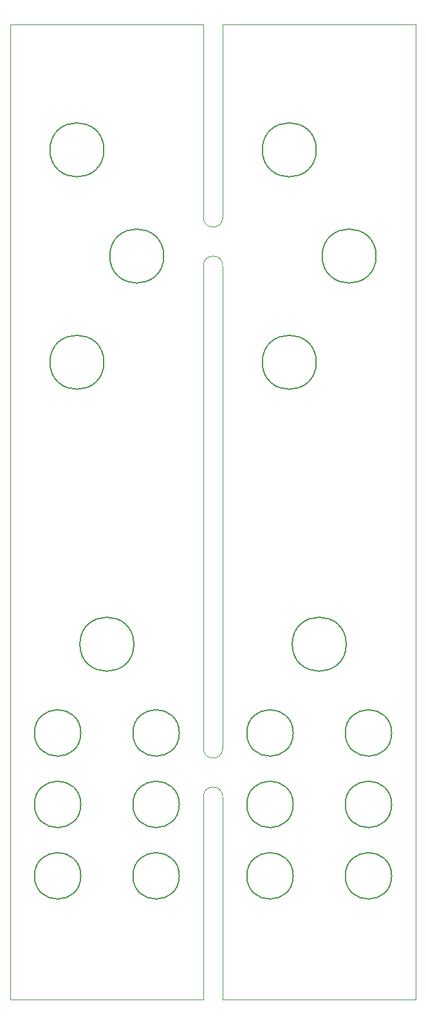
<source format=gbr>
G04 #@! TF.GenerationSoftware,KiCad,Pcbnew,(5.1.4)-1*
G04 #@! TF.CreationDate,2020-03-27T20:42:03+00:00*
G04 #@! TF.ProjectId,wagyu_front,77616779-755f-4667-926f-6e742e6b6963,rev?*
G04 #@! TF.SameCoordinates,Original*
G04 #@! TF.FileFunction,Profile,NP*
%FSLAX46Y46*%
G04 Gerber Fmt 4.6, Leading zero omitted, Abs format (unit mm)*
G04 Created by KiCad (PCBNEW (5.1.4)-1) date 2020-03-27 20:42:03*
%MOMM*%
%LPD*%
G04 APERTURE LIST*
%ADD10C,0.050000*%
%ADD11C,0.150000*%
G04 APERTURE END LIST*
D10*
X76200000Y-127000000D02*
G75*
G02X78740000Y-127000000I1270000J0D01*
G01*
X78740000Y-120650000D02*
G75*
G02X76200000Y-120650000I-1270000J0D01*
G01*
X78740000Y-50800000D02*
G75*
G02X76200000Y-50800000I-1270000J0D01*
G01*
X76200000Y-57150000D02*
G75*
G02X78740000Y-57150000I1270000J0D01*
G01*
X78740000Y-120650000D02*
X78740000Y-57150000D01*
X76200000Y-57150000D02*
X76200000Y-120650000D01*
X78740000Y-153670000D02*
X104140000Y-153670000D01*
X78740000Y-127000000D02*
X78740000Y-153670000D01*
X76200000Y-153670000D02*
X76200000Y-127000000D01*
X50800000Y-153670000D02*
X76200000Y-153670000D01*
X78740000Y-25400000D02*
X104140000Y-25400000D01*
X78740000Y-50800000D02*
X78740000Y-25400000D01*
X76200000Y-25400000D02*
X76200000Y-50800000D01*
X50800000Y-25400000D02*
X76200000Y-25400000D01*
D11*
X91053000Y-69850000D02*
G75*
G03X91053000Y-69850000I-3550000J0D01*
G01*
X88013000Y-137414000D02*
G75*
G03X88013000Y-137414000I-3050000J0D01*
G01*
X88013000Y-118618000D02*
G75*
G03X88013000Y-118618000I-3050000J0D01*
G01*
X100967000Y-118618000D02*
G75*
G03X100967000Y-118618000I-3050000J0D01*
G01*
X100967000Y-137414000D02*
G75*
G03X100967000Y-137414000I-3050000J0D01*
G01*
X94990000Y-106940000D02*
G75*
G03X94990000Y-106940000I-3550000J0D01*
G01*
X98927000Y-55880000D02*
G75*
G03X98927000Y-55880000I-3550000J0D01*
G01*
X100967000Y-128016000D02*
G75*
G03X100967000Y-128016000I-3050000J0D01*
G01*
X91053000Y-41910000D02*
G75*
G03X91053000Y-41910000I-3550000J0D01*
G01*
X88013000Y-128016000D02*
G75*
G03X88013000Y-128016000I-3050000J0D01*
G01*
X60073000Y-118618000D02*
G75*
G03X60073000Y-118618000I-3050000J0D01*
G01*
X67050000Y-106940000D02*
G75*
G03X67050000Y-106940000I-3550000J0D01*
G01*
X73027000Y-137414000D02*
G75*
G03X73027000Y-137414000I-3050000J0D01*
G01*
X73027000Y-118618000D02*
G75*
G03X73027000Y-118618000I-3050000J0D01*
G01*
X60073000Y-137414000D02*
G75*
G03X60073000Y-137414000I-3050000J0D01*
G01*
X63113000Y-69850000D02*
G75*
G03X63113000Y-69850000I-3550000J0D01*
G01*
X70987000Y-55880000D02*
G75*
G03X70987000Y-55880000I-3550000J0D01*
G01*
X63113000Y-41910000D02*
G75*
G03X63113000Y-41910000I-3550000J0D01*
G01*
X73027000Y-128016000D02*
G75*
G03X73027000Y-128016000I-3050000J0D01*
G01*
X60073000Y-128016000D02*
G75*
G03X60073000Y-128016000I-3050000J0D01*
G01*
D10*
X50800000Y-153670000D02*
X50800000Y-25400000D01*
X104140000Y-25400000D02*
X104140000Y-153670000D01*
M02*

</source>
